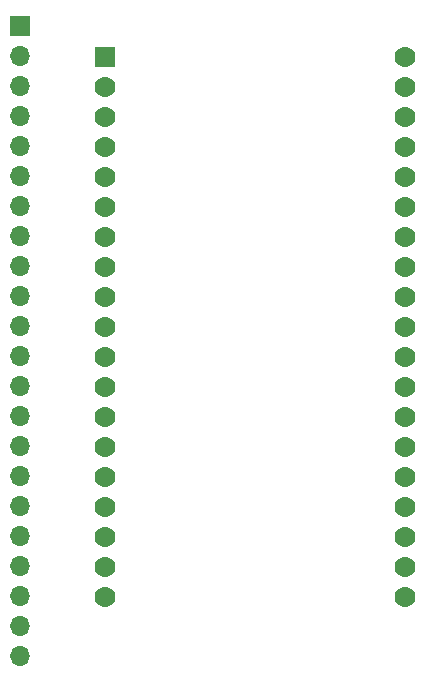
<source format=gbs>
G04 #@! TF.GenerationSoftware,KiCad,Pcbnew,7.0.2*
G04 #@! TF.CreationDate,2024-02-12T11:42:01-05:00*
G04 #@! TF.ProjectId,CHESSmate CPU,43484553-536d-4617-9465-204350552e6b,rev?*
G04 #@! TF.SameCoordinates,Original*
G04 #@! TF.FileFunction,Soldermask,Bot*
G04 #@! TF.FilePolarity,Negative*
%FSLAX46Y46*%
G04 Gerber Fmt 4.6, Leading zero omitted, Abs format (unit mm)*
G04 Created by KiCad (PCBNEW 7.0.2) date 2024-02-12 11:42:01*
%MOMM*%
%LPD*%
G01*
G04 APERTURE LIST*
G04 Aperture macros list*
%AMRoundRect*
0 Rectangle with rounded corners*
0 $1 Rounding radius*
0 $2 $3 $4 $5 $6 $7 $8 $9 X,Y pos of 4 corners*
0 Add a 4 corners polygon primitive as box body*
4,1,4,$2,$3,$4,$5,$6,$7,$8,$9,$2,$3,0*
0 Add four circle primitives for the rounded corners*
1,1,$1+$1,$2,$3*
1,1,$1+$1,$4,$5*
1,1,$1+$1,$6,$7*
1,1,$1+$1,$8,$9*
0 Add four rect primitives between the rounded corners*
20,1,$1+$1,$2,$3,$4,$5,0*
20,1,$1+$1,$4,$5,$6,$7,0*
20,1,$1+$1,$6,$7,$8,$9,0*
20,1,$1+$1,$8,$9,$2,$3,0*%
G04 Aperture macros list end*
%ADD10C,1.764000*%
%ADD11RoundRect,0.102000X-0.780000X-0.780000X0.780000X-0.780000X0.780000X0.780000X-0.780000X0.780000X0*%
%ADD12O,1.700000X1.700000*%
%ADD13R,1.700000X1.700000*%
G04 APERTURE END LIST*
D10*
X144327500Y-105714500D03*
X144327500Y-103174500D03*
X144327500Y-100634500D03*
X144327500Y-98094500D03*
X144327500Y-95554500D03*
X144327500Y-93014500D03*
X144327500Y-90474500D03*
X144327500Y-87934500D03*
X144327500Y-85394500D03*
X144327500Y-82854500D03*
X144327500Y-80314500D03*
X144327500Y-77774500D03*
X144327500Y-75234500D03*
X144327500Y-72694500D03*
X144327500Y-70154500D03*
X144327500Y-67614500D03*
X144327500Y-65074500D03*
X144327500Y-62534500D03*
X144327500Y-59994500D03*
X118927500Y-103174500D03*
X118927500Y-100634500D03*
X118927500Y-98094500D03*
X118927500Y-95554500D03*
X118927500Y-93014500D03*
X118927500Y-90474500D03*
X118927500Y-87934500D03*
X118927500Y-85394500D03*
X118927500Y-82854500D03*
X118927500Y-80314500D03*
X118927500Y-77774500D03*
X118927500Y-75234500D03*
X118927500Y-72694500D03*
X118927500Y-70154500D03*
X118927500Y-67614500D03*
X118927500Y-65074500D03*
X118927500Y-105714500D03*
X118927500Y-62534500D03*
D11*
X118927500Y-59994500D03*
D12*
X111750000Y-110710000D03*
X111750000Y-108170000D03*
X111750000Y-105630000D03*
X111750000Y-103090000D03*
X111750000Y-100550000D03*
X111750000Y-98010000D03*
X111750000Y-95470000D03*
X111750000Y-92930000D03*
X111750000Y-90390000D03*
X111750000Y-87850000D03*
X111750000Y-85310000D03*
X111750000Y-82770000D03*
X111750000Y-80230000D03*
X111750000Y-77690000D03*
X111750000Y-75150000D03*
X111750000Y-72610000D03*
X111750000Y-70070000D03*
X111750000Y-67530000D03*
X111750000Y-64990000D03*
X111750000Y-62450000D03*
X111750000Y-59910000D03*
D13*
X111750000Y-57370000D03*
M02*

</source>
